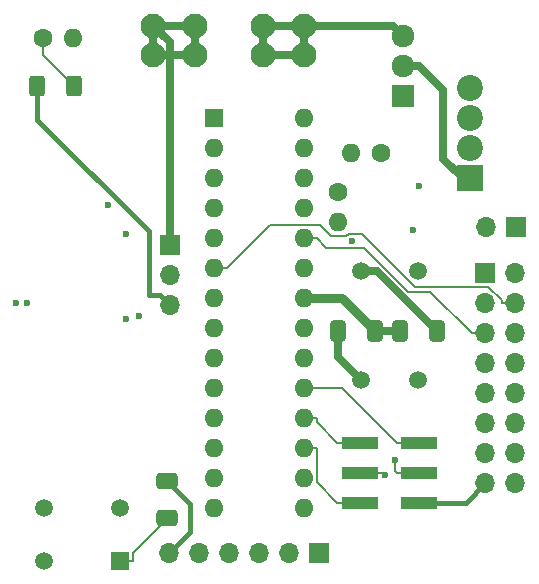
<source format=gbr>
%TF.GenerationSoftware,KiCad,Pcbnew,8.0.1-rc1*%
%TF.CreationDate,2024-05-12T16:22:44-07:00*%
%TF.ProjectId,Automotive Monitoring System CANBus Sensor,4175746f-6d6f-4746-9976-65204d6f6e69,rev?*%
%TF.SameCoordinates,Original*%
%TF.FileFunction,Copper,L1,Top*%
%TF.FilePolarity,Positive*%
%FSLAX46Y46*%
G04 Gerber Fmt 4.6, Leading zero omitted, Abs format (unit mm)*
G04 Created by KiCad (PCBNEW 8.0.1-rc1) date 2024-05-12 16:22:44*
%MOMM*%
%LPD*%
G01*
G04 APERTURE LIST*
G04 Aperture macros list*
%AMRoundRect*
0 Rectangle with rounded corners*
0 $1 Rounding radius*
0 $2 $3 $4 $5 $6 $7 $8 $9 X,Y pos of 4 corners*
0 Add a 4 corners polygon primitive as box body*
4,1,4,$2,$3,$4,$5,$6,$7,$8,$9,$2,$3,0*
0 Add four circle primitives for the rounded corners*
1,1,$1+$1,$2,$3*
1,1,$1+$1,$4,$5*
1,1,$1+$1,$6,$7*
1,1,$1+$1,$8,$9*
0 Add four rect primitives between the rounded corners*
20,1,$1+$1,$2,$3,$4,$5,0*
20,1,$1+$1,$4,$5,$6,$7,0*
20,1,$1+$1,$6,$7,$8,$9,0*
20,1,$1+$1,$8,$9,$2,$3,0*%
G04 Aperture macros list end*
%TA.AperFunction,SMDPad,CuDef*%
%ADD10RoundRect,0.250000X-0.650000X0.412500X-0.650000X-0.412500X0.650000X-0.412500X0.650000X0.412500X0*%
%TD*%
%TA.AperFunction,ComponentPad*%
%ADD11R,1.700000X1.700000*%
%TD*%
%TA.AperFunction,ComponentPad*%
%ADD12O,1.700000X1.700000*%
%TD*%
%TA.AperFunction,ComponentPad*%
%ADD13C,1.600000*%
%TD*%
%TA.AperFunction,ComponentPad*%
%ADD14O,1.600000X1.600000*%
%TD*%
%TA.AperFunction,SMDPad,CuDef*%
%ADD15RoundRect,0.250000X-0.400000X-0.625000X0.400000X-0.625000X0.400000X0.625000X-0.400000X0.625000X0*%
%TD*%
%TA.AperFunction,SMDPad,CuDef*%
%ADD16R,3.150000X1.000000*%
%TD*%
%TA.AperFunction,SMDPad,CuDef*%
%ADD17RoundRect,0.250000X-0.412500X-0.650000X0.412500X-0.650000X0.412500X0.650000X-0.412500X0.650000X0*%
%TD*%
%TA.AperFunction,ComponentPad*%
%ADD18C,2.100000*%
%TD*%
%TA.AperFunction,ComponentPad*%
%ADD19R,2.200000X2.200000*%
%TD*%
%TA.AperFunction,ComponentPad*%
%ADD20C,2.200000*%
%TD*%
%TA.AperFunction,ComponentPad*%
%ADD21R,1.920000X1.920000*%
%TD*%
%TA.AperFunction,ComponentPad*%
%ADD22C,1.920000*%
%TD*%
%TA.AperFunction,ComponentPad*%
%ADD23C,1.500000*%
%TD*%
%TA.AperFunction,ComponentPad*%
%ADD24R,1.500000X1.500000*%
%TD*%
%TA.AperFunction,SMDPad,CuDef*%
%ADD25RoundRect,0.250000X0.412500X0.650000X-0.412500X0.650000X-0.412500X-0.650000X0.412500X-0.650000X0*%
%TD*%
%TA.AperFunction,ComponentPad*%
%ADD26R,1.600000X1.600000*%
%TD*%
%TA.AperFunction,ViaPad*%
%ADD27C,0.600000*%
%TD*%
%TA.AperFunction,Conductor*%
%ADD28C,0.381000*%
%TD*%
%TA.AperFunction,Conductor*%
%ADD29C,0.635000*%
%TD*%
%TA.AperFunction,Conductor*%
%ADD30C,0.762000*%
%TD*%
%TA.AperFunction,Conductor*%
%ADD31C,0.200000*%
%TD*%
G04 APERTURE END LIST*
D10*
%TO.P,C3,1*%
%TO.N,Net-(J2-Pin_6)*%
X118750400Y-91371500D03*
%TO.P,C3,2*%
%TO.N,/BareMinAtmel328P/RESET*%
X118750400Y-94496500D03*
%TD*%
D11*
%TO.P,J6,1,Pin_1*%
%TO.N,+5V*%
X145670700Y-73750200D03*
D12*
%TO.P,J6,2,Pin_2*%
%TO.N,/BareMinAtmel328P/PD3-D3*%
X148210700Y-73750200D03*
%TO.P,J6,3,Pin_3*%
%TO.N,+VDC*%
X145670700Y-76290200D03*
%TO.P,J6,4,Pin_4*%
%TO.N,/BareMinAtmel328P/PD4-D4*%
X148210700Y-76290200D03*
%TO.P,J6,5,Pin_5*%
%TO.N,/BareMinAtmel328P/PC1-A1*%
X145670700Y-78830200D03*
%TO.P,J6,6,Pin_6*%
%TO.N,/BareMinAtmel328P/PD5-D5*%
X148210700Y-78830200D03*
%TO.P,J6,7,Pin_7*%
%TO.N,/BareMinAtmel328P/PC2-A2*%
X145670700Y-81370200D03*
%TO.P,J6,8,Pin_8*%
%TO.N,/BareMinAtmel328P/PD6-D6*%
X148210700Y-81370200D03*
%TO.P,J6,9,Pin_9*%
%TO.N,/BareMinAtmel328P/PC3-A3*%
X145670700Y-83910200D03*
%TO.P,J6,10,Pin_10*%
%TO.N,/BareMinAtmel328P/PD7-D7*%
X148210700Y-83910200D03*
%TO.P,J6,11,Pin_11*%
%TO.N,/BareMinAtmel328P/PC4-A4-SDA*%
X145670700Y-86450200D03*
%TO.P,J6,12,Pin_12*%
%TO.N,/BareMinAtmel328P/PB0-D8*%
X148210700Y-86450200D03*
%TO.P,J6,13,Pin_13*%
%TO.N,/BareMinAtmel328P/PC5-A5-SCL*%
X145670700Y-88990200D03*
%TO.P,J6,14,Pin_14*%
%TO.N,/BareMinAtmel328P/PB2-D10-SS*%
X148210700Y-88990200D03*
%TO.P,J6,15,Pin_15*%
%TO.N,GND*%
X145670700Y-91530200D03*
%TO.P,J6,16,Pin_16*%
X148210700Y-91530200D03*
%TD*%
D13*
%TO.P,R4,1*%
%TO.N,Net-(U3-Rs)*%
X133212700Y-66876100D03*
D14*
%TO.P,R4,2*%
%TO.N,GND*%
X133212700Y-69416100D03*
%TD*%
D15*
%TO.P,R7,1*%
%TO.N,GND*%
X107748000Y-57900400D03*
%TO.P,R7,2*%
%TO.N,/BareMinAtmel328P/PC0-A0*%
X110848000Y-57900400D03*
%TD*%
D16*
%TO.P,J1,1,Pin_1*%
%TO.N,/BareMinAtmel328P/PB4-D12-MISO*%
X135018300Y-88122100D03*
%TO.P,J1,2,Pin_2*%
%TO.N,/BareMinAtmel328P/PB5-D13-SCK*%
X140068300Y-88122100D03*
%TO.P,J1,3,Pin_3*%
%TO.N,/BareMinAtmel328P/RESET*%
X135018300Y-90662100D03*
%TO.P,J1,4,Pin_4*%
%TO.N,+5V*%
X140068300Y-90662100D03*
%TO.P,J1,5,Pin_5*%
%TO.N,/BareMinAtmel328P/PB3-D11-MOSI*%
X135018300Y-93202100D03*
%TO.P,J1,6,Pin_6*%
%TO.N,GND*%
X140068300Y-93202100D03*
%TD*%
D13*
%TO.P,NTC1,1*%
%TO.N,/BareMinAtmel328P/PC0-A0*%
X108245700Y-53800500D03*
D14*
%TO.P,NTC1,2*%
%TO.N,+5V*%
X110785700Y-53800500D03*
%TD*%
D17*
%TO.P,C1,1*%
%TO.N,Net-(U1-XTAL2{slash}PB7)*%
X133188000Y-78622500D03*
%TO.P,C1,2*%
%TO.N,GND*%
X136313000Y-78622500D03*
%TD*%
D13*
%TO.P,R6,1*%
%TO.N,Net-(J4-Pin_2)*%
X136841000Y-63583500D03*
D14*
%TO.P,R6,2*%
%TO.N,CANBUS_L*%
X134301000Y-63583500D03*
%TD*%
D11*
%TO.P,Powerboard1,1,Pin_1*%
%TO.N,+VDC*%
X118946900Y-71348200D03*
D12*
%TO.P,Powerboard1,2,Pin_2*%
%TO.N,+5V*%
X118946900Y-73888200D03*
%TO.P,Powerboard1,3,Pin_3*%
%TO.N,GND*%
X118946900Y-76428200D03*
%TD*%
D11*
%TO.P,J4,1,Pin_1*%
%TO.N,CANBUS_H*%
X148277500Y-69805300D03*
D12*
%TO.P,J4,2,Pin_2*%
%TO.N,Net-(J4-Pin_2)*%
X145737500Y-69805300D03*
%TD*%
D18*
%TO.P,U2,1,1*%
%TO.N,+VDC*%
X117554300Y-55290900D03*
%TO.P,U2,2,2*%
X121054300Y-55290900D03*
%TO.P,U2,3,3*%
%TO.N,Net-(Q1-Pad3)*%
X126854300Y-55290900D03*
%TO.P,U2,4,4*%
X130354300Y-55290900D03*
%TO.P,U2,5,5*%
X130354300Y-52790900D03*
%TO.P,U2,6,6*%
X126854300Y-52790900D03*
%TO.P,U2,7,7*%
%TO.N,+VDC*%
X121054300Y-52790900D03*
%TO.P,U2,8,8*%
X117554300Y-52790900D03*
%TD*%
D19*
%TO.P,J5,1,Pin_1*%
%TO.N,Net-(J5-Pin_1)*%
X144337900Y-65725000D03*
D20*
%TO.P,J5,2,Pin_2*%
%TO.N,GND*%
X144337900Y-63185000D03*
%TO.P,J5,3,Pin_3*%
%TO.N,CANBUS_H*%
X144337900Y-60645000D03*
%TO.P,J5,4,Pin_4*%
%TO.N,CANBUS_L*%
X144337900Y-58105000D03*
%TD*%
D21*
%TO.P,Q1,1*%
%TO.N,Net-(Q1-Pad1)*%
X138691700Y-58745000D03*
D22*
%TO.P,Q1,2*%
%TO.N,Net-(J5-Pin_1)*%
X138691700Y-56205000D03*
%TO.P,Q1,3*%
%TO.N,Net-(Q1-Pad3)*%
X138691700Y-53665000D03*
%TD*%
D11*
%TO.P,J2,1,Pin_1*%
%TO.N,GND*%
X131583000Y-97472600D03*
D12*
%TO.P,J2,2,Pin_2*%
%TO.N,unconnected-(J2-Pin_2-Pad2)*%
X129043000Y-97472600D03*
%TO.P,J2,3,Pin_3*%
%TO.N,+5V*%
X126503000Y-97472600D03*
%TO.P,J2,4,Pin_4*%
%TO.N,/BareMinAtmel328P/PD0-RX*%
X123963000Y-97472600D03*
%TO.P,J2,5,Pin_5*%
%TO.N,/BareMinAtmel328P/PD1-TX*%
X121423000Y-97472600D03*
%TO.P,J2,6,Pin_6*%
%TO.N,Net-(J2-Pin_6)*%
X118883000Y-97472600D03*
%TD*%
D23*
%TO.P,Y2,1,1*%
%TO.N,Net-(U4-OSC1)*%
X135124800Y-73536500D03*
%TO.P,Y2,2,2*%
%TO.N,Net-(U4-OSC2)*%
X140004800Y-73536500D03*
%TD*%
D24*
%TO.P,Reset1,1,NO_1*%
%TO.N,/BareMinAtmel328P/RESET*%
X114764200Y-98131600D03*
D23*
%TO.P,Reset1,2,NO_2*%
%TO.N,unconnected-(Reset1-NO_2-Pad2)*%
X108264200Y-98131600D03*
%TO.P,Reset1,3,COM_1*%
%TO.N,GND*%
X114764200Y-93631600D03*
%TO.P,Reset1,4,COM_2*%
%TO.N,unconnected-(Reset1-COM_2-Pad4)*%
X108264200Y-93631600D03*
%TD*%
%TO.P,Y1,1,1*%
%TO.N,Net-(U1-XTAL2{slash}PB7)*%
X135099900Y-82790900D03*
%TO.P,Y1,2,2*%
%TO.N,Net-(U1-XTAL1{slash}PB6)*%
X139979900Y-82790900D03*
%TD*%
D25*
%TO.P,C7,1*%
%TO.N,Net-(U4-OSC1)*%
X141583900Y-78633600D03*
%TO.P,C7,2*%
%TO.N,GND*%
X138458900Y-78633600D03*
%TD*%
D26*
%TO.P,U1,1,~{RESET}/PC6*%
%TO.N,/BareMinAtmel328P/RESET*%
X122659400Y-60606700D03*
D14*
%TO.P,U1,2,PD0*%
%TO.N,/BareMinAtmel328P/PD0-RX*%
X122659400Y-63146700D03*
%TO.P,U1,3,PD1*%
%TO.N,/BareMinAtmel328P/PD1-TX*%
X122659400Y-65686700D03*
%TO.P,U1,4,PD2*%
%TO.N,/BareMinAtmel328P/PD2-D2*%
X122659400Y-68226700D03*
%TO.P,U1,5,PD3*%
%TO.N,/BareMinAtmel328P/PD3-D3*%
X122659400Y-70766700D03*
%TO.P,U1,6,PD4*%
%TO.N,/BareMinAtmel328P/PD4-D4*%
X122659400Y-73306700D03*
%TO.P,U1,7,VCC*%
%TO.N,+5V*%
X122659400Y-75846700D03*
%TO.P,U1,8,GND*%
%TO.N,GND*%
X122659400Y-78386700D03*
%TO.P,U1,9,XTAL1/PB6*%
%TO.N,Net-(U1-XTAL1{slash}PB6)*%
X122659400Y-80926700D03*
%TO.P,U1,10,XTAL2/PB7*%
%TO.N,Net-(U1-XTAL2{slash}PB7)*%
X122659400Y-83466700D03*
%TO.P,U1,11,PD5*%
%TO.N,/BareMinAtmel328P/PD5-D5*%
X122659400Y-86006700D03*
%TO.P,U1,12,PD6*%
%TO.N,/BareMinAtmel328P/PD6-D6*%
X122659400Y-88546700D03*
%TO.P,U1,13,PD7*%
%TO.N,/BareMinAtmel328P/PD7-D7*%
X122659400Y-91086700D03*
%TO.P,U1,14,PB0*%
%TO.N,/BareMinAtmel328P/PB0-D8*%
X122659400Y-93626700D03*
%TO.P,U1,15,PB1*%
%TO.N,/BareMinAtmel328P/PB1-D9*%
X130279400Y-93626700D03*
%TO.P,U1,16,PB2*%
%TO.N,/BareMinAtmel328P/PB2-D10-SS*%
X130279400Y-91086700D03*
%TO.P,U1,17,PB3*%
%TO.N,/BareMinAtmel328P/PB3-D11-MOSI*%
X130279400Y-88546700D03*
%TO.P,U1,18,PB4*%
%TO.N,/BareMinAtmel328P/PB4-D12-MISO*%
X130279400Y-86006700D03*
%TO.P,U1,19,PB5*%
%TO.N,/BareMinAtmel328P/PB5-D13-SCK*%
X130279400Y-83466700D03*
%TO.P,U1,20,AVCC*%
%TO.N,+5V*%
X130279400Y-80926700D03*
%TO.P,U1,21,AREF*%
%TO.N,/BareMinAtmel328P/AREF*%
X130279400Y-78386700D03*
%TO.P,U1,22,GND*%
%TO.N,GND*%
X130279400Y-75846700D03*
%TO.P,U1,23,PC0*%
%TO.N,/BareMinAtmel328P/PC0-A0*%
X130279400Y-73306700D03*
%TO.P,U1,24,PC1*%
%TO.N,/BareMinAtmel328P/PC1-A1*%
X130279400Y-70766700D03*
%TO.P,U1,25,PC2*%
%TO.N,/BareMinAtmel328P/PC2-A2*%
X130279400Y-68226700D03*
%TO.P,U1,26,PC3*%
%TO.N,/BareMinAtmel328P/PC3-A3*%
X130279400Y-65686700D03*
%TO.P,U1,27,PC4*%
%TO.N,/BareMinAtmel328P/PC4-A4-SDA*%
X130279400Y-63146700D03*
%TO.P,U1,28,PC5*%
%TO.N,/BareMinAtmel328P/PC5-A5-SCL*%
X130279400Y-60606700D03*
%TD*%
D27*
%TO.N,/BareMinAtmel328P/RESET*%
X137149000Y-90817500D03*
%TO.N,+5V*%
X138034000Y-89602800D03*
%TO.N,Net-(U4-OSC2)*%
X116364300Y-77393900D03*
%TO.N,Net-(U4-OSC1)*%
X115277900Y-77595800D03*
%TO.N,/BareMinAtmel328P/PB5-D13-SCK*%
X106837800Y-76301600D03*
%TO.N,/BareMinAtmel328P/PC2-A2*%
X134341100Y-70994700D03*
%TO.N,/BareMinAtmel328P/PD2-D2*%
X105963600Y-76290800D03*
%TO.N,/CANBUS-MCP2515/RXtoCANTC*%
X115246500Y-70431100D03*
X139554400Y-70107600D03*
%TO.N,/CANBUS-MCP2515/TXtoCANTC*%
X113704600Y-67937600D03*
X140015700Y-66392500D03*
%TD*%
D28*
%TO.N,GND*%
X118119000Y-75600800D02*
X118946900Y-76428200D01*
D29*
X136313000Y-78622500D02*
X138448000Y-78622500D01*
D30*
X133537000Y-75846700D02*
X136313000Y-78622500D01*
D28*
X117165000Y-70155700D02*
X117165000Y-75600800D01*
D30*
X130279400Y-75846700D02*
X133537000Y-75846700D01*
D28*
X107748000Y-60738700D02*
X117165000Y-70155700D01*
X140068300Y-93202100D02*
X143999000Y-93202100D01*
X107748000Y-57900400D02*
X107748000Y-60738700D01*
X143999000Y-93202100D02*
X145670800Y-91530300D01*
X117165000Y-75600800D02*
X118119000Y-75600800D01*
D29*
%TO.N,Net-(U1-XTAL2{slash}PB7)*%
X133188000Y-80878900D02*
X135099900Y-82790800D01*
X133188000Y-78622500D02*
X133188000Y-80878900D01*
D31*
%TO.N,/BareMinAtmel328P/RESET*%
X115814300Y-98131600D02*
X115814300Y-97432800D01*
X135018300Y-90662100D02*
X136893400Y-90662100D01*
X137048800Y-90817500D02*
X136893400Y-90662100D01*
X114764200Y-98131600D02*
X115814300Y-98131600D01*
X137149000Y-90817500D02*
X137048800Y-90817500D01*
X115814300Y-97432800D02*
X118475000Y-94772100D01*
D28*
%TO.N,Net-(J2-Pin_6)*%
X120675000Y-93296100D02*
X119712500Y-92333800D01*
X119712500Y-92333800D02*
X118750000Y-91371500D01*
X120675000Y-95680500D02*
X120675000Y-93296100D01*
X118883000Y-97472600D02*
X120675000Y-95680500D01*
D31*
X119712500Y-92333800D02*
X118750400Y-91371700D01*
%TO.N,+5V*%
X138034000Y-89602800D02*
X138034000Y-90502900D01*
X140068300Y-90662100D02*
X138193200Y-90662100D01*
X138034000Y-90502900D02*
X138193200Y-90662100D01*
D29*
%TO.N,Net-(U4-OSC1)*%
X141584000Y-78633600D02*
X136487000Y-73536500D01*
X136487000Y-73536500D02*
X135125000Y-73536500D01*
D31*
%TO.N,/BareMinAtmel328P/PB5-D13-SCK*%
X130279400Y-83466700D02*
X133537800Y-83466700D01*
X133537800Y-83466700D02*
X138193200Y-88122100D01*
X140068300Y-88122100D02*
X138193200Y-88122100D01*
%TO.N,/BareMinAtmel328P/PB3-D11-MOSI*%
X131379500Y-88546700D02*
X131379500Y-91438400D01*
X135018300Y-93202100D02*
X133143200Y-93202100D01*
X131379500Y-91438400D02*
X133143200Y-93202100D01*
X130279400Y-88546700D02*
X131379500Y-88546700D01*
%TO.N,/BareMinAtmel328P/PB4-D12-MISO*%
X131379500Y-86006700D02*
X131379500Y-86358400D01*
X135018300Y-88122100D02*
X133143200Y-88122100D01*
X130279400Y-86006700D02*
X131379500Y-86006700D01*
X131379500Y-86358400D02*
X133143200Y-88122100D01*
D29*
%TO.N,Net-(J5-Pin_1)*%
X138692000Y-56205000D02*
X140049000Y-56205000D01*
X142074000Y-58229300D02*
X142074000Y-64047900D01*
X142074000Y-64047900D02*
X143751000Y-65725000D01*
X140049000Y-56205000D02*
X142074000Y-58229300D01*
%TO.N,+VDC*%
X118947000Y-65527400D02*
X118947000Y-71348200D01*
X121054000Y-55290900D02*
X118947000Y-55290900D01*
D31*
X119304200Y-52790900D02*
X121054300Y-52790900D01*
D29*
X118947000Y-55290900D02*
X118947000Y-65527400D01*
X119304200Y-52790900D02*
X121054000Y-52790900D01*
X117554000Y-52790900D02*
X117554000Y-55290900D01*
X117554000Y-52790900D02*
X118947000Y-54183500D01*
X121054000Y-52790900D02*
X121054000Y-55290900D01*
D31*
X118947000Y-65527400D02*
X118946900Y-65527500D01*
D29*
X117554300Y-52790900D02*
X119304200Y-52790900D01*
D31*
X118946900Y-65527500D02*
X118946900Y-71348200D01*
D29*
X118947000Y-55290900D02*
X117554300Y-55290900D01*
X118947000Y-54183500D02*
X118947000Y-55290900D01*
D31*
%TO.N,/BareMinAtmel328P/PD4-D4*%
X127401700Y-69664500D02*
X123759500Y-73306700D01*
X122659400Y-73306700D02*
X123759500Y-73306700D01*
X147060600Y-76290200D02*
X147060600Y-76051900D01*
X148210700Y-76290200D02*
X147060600Y-76290200D01*
X147060600Y-76051900D02*
X145909100Y-74900400D01*
X145909100Y-74900400D02*
X139692500Y-74900400D01*
X139692500Y-74900400D02*
X135186700Y-70394600D01*
X132585000Y-70580600D02*
X131668900Y-69664500D01*
X135186700Y-70394600D02*
X134092700Y-70394600D01*
X131668900Y-69664500D02*
X127401700Y-69664500D01*
X133906700Y-70580600D02*
X132585000Y-70580600D01*
X134092700Y-70394600D02*
X133906700Y-70580600D01*
%TO.N,/BareMinAtmel328P/PC1-A1*%
X132207600Y-71594800D02*
X135418800Y-71594800D01*
X140991000Y-75300600D02*
X144520600Y-78830200D01*
X139124600Y-75300600D02*
X140991000Y-75300600D01*
X135418800Y-71594800D02*
X139124600Y-75300600D01*
X131379500Y-70766700D02*
X132207600Y-71594800D01*
X145670700Y-78830200D02*
X144520600Y-78830200D01*
X130279400Y-70766700D02*
X131379500Y-70766700D01*
%TO.N,/BareMinAtmel328P/PC0-A0*%
X108245700Y-55298100D02*
X110848000Y-57900400D01*
X108245700Y-53800500D02*
X108245700Y-55298100D01*
D29*
%TO.N,Net-(Q1-Pad3)*%
X130354000Y-52790900D02*
X126854300Y-52790900D01*
X138691900Y-53664900D02*
X137818000Y-52790900D01*
X130354000Y-55290900D02*
X130354000Y-52790900D01*
X126854300Y-55290900D02*
X130354000Y-55290900D01*
X137818000Y-52790900D02*
X130354300Y-52790900D01*
X126854000Y-52790900D02*
X126854000Y-55290900D01*
%TD*%
M02*

</source>
